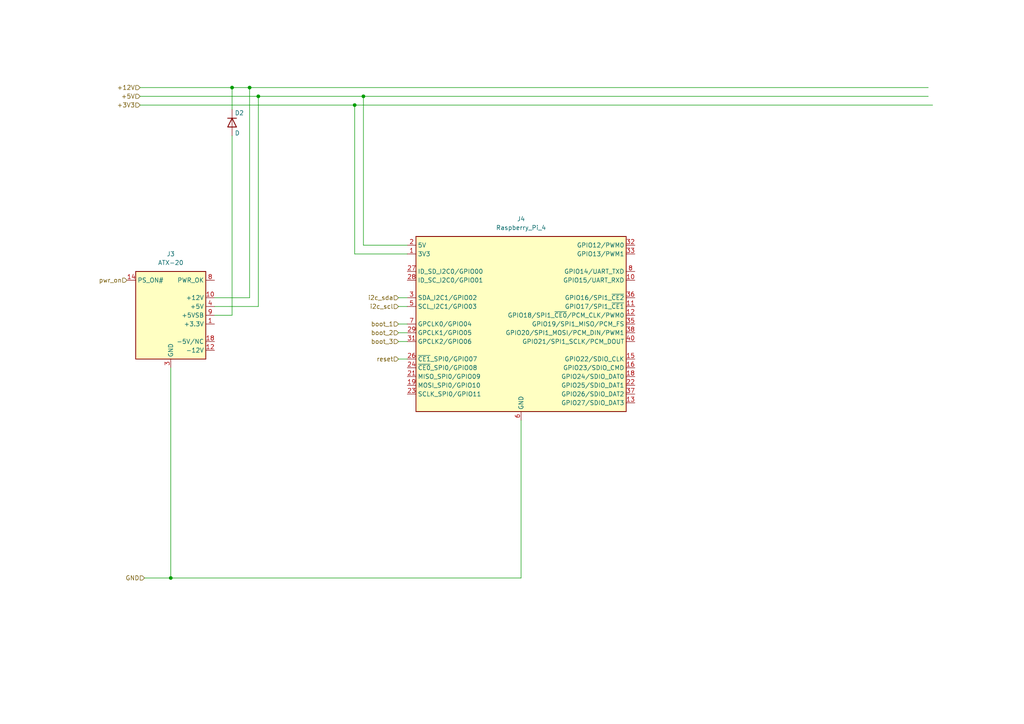
<source format=kicad_sch>
(kicad_sch (version 20250114) (generator "eeschema") (generator_version "9.0")
  (paper "A4")
  (lib_symbols
    (symbol "Connector:ATX-20"
      (property "Reference" "J" (at -8.89 13.97 0))
      (property "Value" "ATX-20" (at 6.35 13.97 0))
      (symbol "ATX-20_0_1"
        (rectangle (start -10.16 12.7) (end 10.16 -12.7) (stroke (width 0.254)) (fill (type background)))
      )
      (symbol "ATX-20_1_1"
        (pin open_collector line (at -12.7 10.16 0) (length 2.54) (name "PS_ON#") (number "14"))
        (pin passive line (at 0 -15.24 90) (length 2.54) (hide yes) (name "GND") (number "13"))
        (pin passive line (at 0 -15.24 90) (length 2.54) (hide yes) (name "GND") (number "15"))
        (pin passive line (at 0 -15.24 90) (length 2.54) (hide yes) (name "GND") (number "16"))
        (pin passive line (at 0 -15.24 90) (length 2.54) (hide yes) (name "GND") (number "17"))
        (pin power_out line (at 0 -15.24 90) (length 2.54) (name "GND") (number "3"))
        (pin passive line (at 0 -15.24 90) (length 2.54) (hide yes) (name "GND") (number "5"))
        (pin passive line (at 0 -15.24 90) (length 2.54) (hide yes) (name "GND") (number "7"))
        (pin output line (at 12.7 10.16 180) (length 2.54) (name "PWR_OK") (number "8"))
        (pin power_out line (at 12.7 5.08 180) (length 2.54) (name "+12V") (number "10"))
        (pin passive line (at 12.7 2.54 180) (length 2.54) (hide yes) (name "+5V") (number "19"))
        (pin passive line (at 12.7 2.54 180) (length 2.54) (hide yes) (name "+5V") (number "20"))
        (pin power_out line (at 12.7 2.54 180) (length 2.54) (name "+5V") (number "4"))
        (pin passive line (at 12.7 2.54 180) (length 2.54) (hide yes) (name "+5V") (number "6"))
        (pin power_out line (at 12.7 0 180) (length 2.54) (name "+5VSB") (number "9"))
        (pin power_out line (at 12.7 -2.54 180) (length 2.54) (name "+3.3V") (number "1"))
        (pin passive line (at 12.7 -2.54 180) (length 2.54) (hide yes) (name "+3.3V") (number "11"))
        (pin passive line (at 12.7 -2.54 180) (length 2.54) (hide yes) (name "+3.3V") (number "2"))
        (pin power_out line (at 12.7 -7.62 180) (length 2.54) (name "-5V/NC") (number "18"))
        (pin power_out line (at 12.7 -10.16 180) (length 2.54) (name "-12V") (number "12"))
      )
    )
    (symbol "Connector:Raspberry_Pi_4"
      (property "Reference" "J" (at -17.526 48.768 0))
      (property "Value" "Raspberry_Pi_4" (at 15.748 -26.416 0))
      (symbol "Raspberry_Pi_4_0_1"
        (rectangle (start -30.48 25.4) (end 30.48 -25.4) (stroke (width 0.254)) (fill (type background)))
      )
      (symbol "Raspberry_Pi_4_1_1"
        (pin bidirectional line (at -33.02 22.86 0) (length 2.54) (name "GPIO12/PWM0") (number "32"))
        (pin bidirectional line (at -33.02 20.32 0) (length 2.54) (name "GPIO13/PWM1") (number "33"))
        (pin bidirectional line (at -33.02 15.24 0) (length 2.54) (name "GPIO14/UART_TXD") (number "8"))
        (pin bidirectional line (at -33.02 12.7 0) (length 2.54) (name "GPIO15/UART_RXD") (number "10"))
        (pin bidirectional line (at -33.02 7.62 0) (length 2.54) (name "GPIO16/SPI1_~{CE2}") (number "36"))
        (pin bidirectional line (at -33.02 5.08 0) (length 2.54) (name "GPIO17/SPI1_~{CE1}") (number "11"))
        (pin bidirectional line (at -33.02 2.54 0) (length 2.54) (name "GPIO18/SPI1_~{CE0}/PCM_CLK/PWM0") (number "12"))
        (pin bidirectional line (at -33.02 0 0) (length 2.54) (name "GPIO19/SPI1_MISO/PCM_FS") (number "35"))
        (pin bidirectional line (at -33.02 -2.54 0) (length 2.54) (name "GPIO20/SPI1_MOSI/PCM_DIN/PWM1") (number "38"))
        (pin bidirectional line (at -33.02 -5.08 0) (length 2.54) (name "GPIO21/SPI1_SCLK/PCM_DOUT") (number "40"))
        (pin bidirectional line (at -33.02 -10.16 0) (length 2.54) (name "GPIO22/SDIO_CLK") (number "15"))
        (pin bidirectional line (at -33.02 -12.7 0) (length 2.54) (name "GPIO23/SDIO_CMD") (number "16"))
        (pin bidirectional line (at -33.02 -15.24 0) (length 2.54) (name "GPIO24/SDIO_DAT0") (number "18"))
        (pin bidirectional line (at -33.02 -17.78 0) (length 2.54) (name "GPIO25/SDIO_DAT1") (number "22"))
        (pin bidirectional line (at -33.02 -20.32 0) (length 2.54) (name "GPIO26/SDIO_DAT2") (number "37"))
        (pin bidirectional line (at -33.02 -22.86 0) (length 2.54) (name "GPIO27/SDIO_DAT3") (number "13"))
        (pin passive line (at 0 -27.94 90) (length 2.54) (hide yes) (name "GND") (number "14"))
        (pin passive line (at 0 -27.94 90) (length 2.54) (hide yes) (name "GND") (number "20"))
        (pin passive line (at 0 -27.94 90) (length 2.54) (hide yes) (name "GND") (number "25"))
        (pin passive line (at 0 -27.94 90) (length 2.54) (hide yes) (name "GND") (number "30"))
        (pin passive line (at 0 -27.94 90) (length 2.54) (hide yes) (name "GND") (number "34"))
        (pin passive line (at 0 -27.94 90) (length 2.54) (hide yes) (name "GND") (number "39"))
        (pin power_out line (at 0 -27.94 90) (length 2.54) (name "GND") (number "6"))
        (pin passive line (at 0 -27.94 90) (length 2.54) (hide yes) (name "GND") (number "9"))
        (pin power_out line (at 33.02 22.86 180) (length 2.54) (name "5V") (number "2"))
        (pin passive line (at 33.02 22.86 180) (length 2.54) (hide yes) (name "5V") (number "4"))
        (pin power_out line (at 33.02 20.32 180) (length 2.54) (name "3V3") (number "1"))
        (pin passive line (at 33.02 20.32 180) (length 2.54) (hide yes) (name "3V3") (number "17"))
        (pin bidirectional line (at 33.02 15.24 180) (length 2.54) (name "ID_SD_I2C0/GPIO00") (number "27"))
        (pin bidirectional line (at 33.02 12.7 180) (length 2.54) (name "ID_SC_I2C0/GPIO01") (number "28"))
        (pin bidirectional line (at 33.02 7.62 180) (length 2.54) (name "SDA_I2C1/GPIO02") (number "3"))
        (pin bidirectional line (at 33.02 5.08 180) (length 2.54) (name "SCL_I2C1/GPIO03") (number "5"))
        (pin bidirectional line (at 33.02 0 180) (length 2.54) (name "GPCLK0/GPIO04") (number "7"))
        (pin bidirectional line (at 33.02 -2.54 180) (length 2.54) (name "GPCLK1/GPIO05") (number "29"))
        (pin bidirectional line (at 33.02 -5.08 180) (length 2.54) (name "GPCLK2/GPIO06") (number "31"))
        (pin bidirectional line (at 33.02 -10.16 180) (length 2.54) (name "~{CE1}_SPI0/GPIO07") (number "26"))
        (pin bidirectional line (at 33.02 -12.7 180) (length 2.54) (name "~{CE0}_SPI0/GPIO08") (number "24"))
        (pin bidirectional line (at 33.02 -15.24 180) (length 2.54) (name "MISO_SPI0/GPIO09") (number "21"))
        (pin bidirectional line (at 33.02 -17.78 180) (length 2.54) (name "MOSI_SPI0/GPIO10") (number "19"))
        (pin bidirectional line (at 33.02 -20.32 180) (length 2.54) (name "SCLK_SPI0/GPIO11") (number "23"))
      )
    )
    (symbol "Device:D" (pin_numbers (hide yes)) (pin_names (offset 1.016) (hide yes))
      (property "Reference" "D" (at 0 2.54 0))
      (property "Value" "D" (at 0 -2.54 0))
      (symbol "D_0_1"
        (polyline (pts (xy -1.27 1.27) (xy -1.27 -1.27)) (stroke (width 0.254)))
        (polyline (pts (xy 1.27 1.27) (xy 1.27 -1.27) (xy -1.27 0) (xy 1.27 1.27)) (stroke (width 0.254)))
        (polyline (pts (xy 1.27 0) (xy -1.27 0)))
      )
      (symbol "D_1_1"
        (pin passive line (at -3.81 0 0) (length 2.54) (name "K") (number "1"))
        (pin passive line (at 3.81 0 180) (length 2.54) (name "A") (number "2"))
      )
    )
  )
  (junction (at 105.41 27.94))
  (junction (at 67.31 25.4))
  (junction (at 49.53 167.64))
  (junction (at 74.93 27.94))
  (junction (at 102.87 30.48))
  (junction (at 72.39 25.4))
  (wire (pts (xy 115.57 88.9) (xy 118.11 88.9)))
  (wire (pts (xy 74.93 88.9) (xy 74.93 27.94)))
  (wire (pts (xy 40.64 27.94) (xy 74.93 27.94)))
  (wire (pts (xy 40.64 30.48) (xy 102.87 30.48)))
  (wire (pts (xy 67.31 25.4) (xy 67.31 31.75)))
  (wire (pts (xy 62.23 88.9) (xy 74.93 88.9)))
  (wire (pts (xy 102.87 30.48) (xy 270.51 30.48)))
  (wire (pts (xy 72.39 25.4) (xy 269.24 25.4)))
  (wire (pts (xy 67.31 39.37) (xy 67.31 91.44)))
  (wire (pts (xy 115.57 93.98) (xy 118.11 93.98)))
  (wire (pts (xy 105.41 71.12) (xy 118.11 71.12)))
  (wire (pts (xy 105.41 27.94) (xy 105.41 71.12)))
  (wire (pts (xy 67.31 91.44) (xy 62.23 91.44)))
  (wire (pts (xy 74.93 27.94) (xy 105.41 27.94)))
  (wire (pts (xy 67.31 25.4) (xy 72.39 25.4)))
  (wire (pts (xy 41.91 167.64) (xy 49.53 167.64)))
  (wire (pts (xy 105.41 27.94) (xy 269.24 27.94)))
  (wire (pts (xy 115.57 104.14) (xy 118.11 104.14)))
  (wire (pts (xy 102.87 30.48) (xy 102.87 73.66)))
  (wire (pts (xy 115.57 86.36) (xy 118.11 86.36)))
  (wire (pts (xy 40.64 25.4) (xy 67.31 25.4)))
  (wire (pts (xy 151.13 121.92) (xy 151.13 167.64)))
  (wire (pts (xy 62.23 86.36) (xy 72.39 86.36)))
  (wire (pts (xy 49.53 167.64) (xy 151.13 167.64)))
  (wire (pts (xy 115.57 99.06) (xy 118.11 99.06)))
  (wire (pts (xy 115.57 96.52) (xy 118.11 96.52)))
  (wire (pts (xy 49.53 106.68) (xy 49.53 167.64)))
  (wire (pts (xy 118.11 73.66) (xy 102.87 73.66)))
  (wire (pts (xy 72.39 86.36) (xy 72.39 25.4)))
  (hierarchical_label "pwr_on" (shape input) (at 36.83 81.28 180))
  (hierarchical_label "boot_3" (shape input) (at 115.57 99.06 180))
  (hierarchical_label "+3V3" (shape input) (at 40.64 30.48 180))
  (hierarchical_label "boot_2" (shape input) (at 115.57 96.52 180))
  (hierarchical_label "i2c_scl" (shape input) (at 115.57 88.9 180))
  (hierarchical_label "reset" (shape input) (at 115.57 104.14 180))
  (hierarchical_label "+12V" (shape input) (at 40.64 25.4 180))
  (hierarchical_label "boot_1" (shape input) (at 115.57 93.98 180))
  (hierarchical_label "i2c_sda" (shape input) (at 115.57 86.36 180))
  (hierarchical_label "GND" (shape input) (at 41.91 167.64 180))
  (hierarchical_label "+5V" (shape input) (at 40.64 27.94 180))
  (symbol (lib_id "Device:D") (at 67.31 35.56 270) (unit 1)
    (property "Reference" "D2" (at 68.072 32.766 90) (effects (justify left)))
    (property "Value" "D" (at 68.072 38.608 90) (effects (justify left)))
    (property "Description" "Diode" (effects (hide yes)))
    (property "Sim.Device" "D" (effects (hide yes)))
    (property "Sim.Pins" "1=K 2=A" (effects (hide yes)))
  )
  (symbol (lib_id "Connector:ATX-20") (at 49.53 91.44 0) (unit 1)
    (property "Reference" "J3" (at 49.53 73.66 0))
    (property "Value" "ATX-20" (at 49.53 76.2 0))
    (property "Footprint" "Connector_Molex:Molex_Mini-Fit_Jr_5569-20A2_2x10_P4.20mm_Horizontal" (effects (hide yes)))
    (property "Datasheet" "https://web.aub.edu.lb/pub/docs/atx_201.pdf#page=20" (effects (hide yes)))
    (property "Description" "ATX Power supply 20pins" (effects (hide yes)))
  )
  (symbol (lib_id "Connector:Raspberry_Pi_4") (at 151.13 93.98 0) (mirror y) (unit 1)
    (property "Reference" "J4" (at 151.13 63.5 0))
    (property "Value" "Raspberry_Pi_4" (at 151.13 66.04 0))
    (property "Datasheet" "https://datasheets.raspberrypi.com/rpi4/raspberry-pi-4-datasheet.pdf" (effects (hide yes)))
    (property "Description" "Raspberry Pi 4 Model B" (effects (hide yes)))
  )
)
</source>
